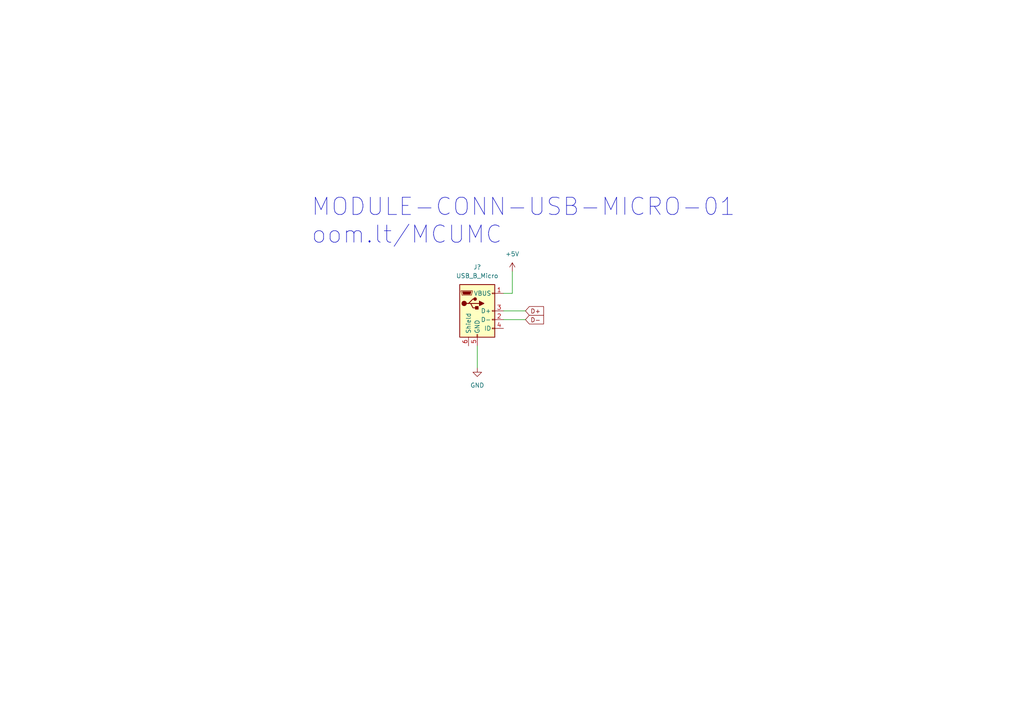
<source format=kicad_sch>
(kicad_sch (version 20211123) (generator eeschema)
  (paper "A4")
  (lib_symbols
    (symbol "Connector:USB_B_Micro" (pin_names (offset 1.016))
      (property "Reference" "J" (at -5.08 11.43 0))
      (property "Value" "USB_B_Micro" (at -5.08 8.89 0))
      (symbol "USB_B_Micro_0_1"
        (rectangle (start -5.08 -7.62) (end 5.08 7.62) (stroke (width 0.254)) (fill (type background)))
        (circle (center -3.81 2.159) (radius 0.635) (stroke (width 0.254)) (fill (type outline)))
        (circle (center -0.635 3.429) (radius 0.381) (stroke (width 0.254)) (fill (type outline)))
        (rectangle (start -0.127 -7.62) (end 0.127 -6.858))
        (polyline (pts (xy -1.905 2.159) (xy 0.635 2.159)) (stroke (width 0.254)))
        (polyline (pts (xy -3.175 2.159) (xy -2.54 2.159) (xy -1.27 3.429) (xy -0.635 3.429)) (stroke (width 0.254)))
        (polyline (pts (xy -2.54 2.159) (xy -1.905 2.159) (xy -1.27 0.889) (xy 0 0.889)) (stroke (width 0.254)))
        (polyline (pts (xy 0.635 2.794) (xy 0.635 1.524) (xy 1.905 2.159) (xy 0.635 2.794)) (stroke (width 0.254)) (fill (type outline)))
        (polyline (pts (xy -4.318 5.588) (xy -1.778 5.588) (xy -2.032 4.826) (xy -4.064 4.826) (xy -4.318 5.588)) (fill (type outline)))
        (polyline (pts (xy -4.699 5.842) (xy -4.699 5.588) (xy -4.445 4.826) (xy -4.445 4.572) (xy -1.651 4.572) (xy -1.651 4.826) (xy -1.397 5.588) (xy -1.397 5.842) (xy -4.699 5.842)))
        (rectangle (start 0.254 1.27) (end -0.508 0.508) (stroke (width 0.254)) (fill (type outline)))
        (rectangle (start 5.08 -5.207) (end 4.318 -4.953))
        (rectangle (start 5.08 -2.667) (end 4.318 -2.413))
        (rectangle (start 5.08 -0.127) (end 4.318 0.127))
        (rectangle (start 5.08 4.953) (end 4.318 5.207))
      )
      (symbol "USB_B_Micro_1_1"
        (pin power_out line (at 7.62 5.08 180) (length 2.54) (name "VBUS") (number "1"))
        (pin bidirectional line (at 7.62 -2.54 180) (length 2.54) (name "D-") (number "2"))
        (pin bidirectional line (at 7.62 0 180) (length 2.54) (name "D+") (number "3"))
        (pin passive line (at 7.62 -5.08 180) (length 2.54) (name "ID") (number "4"))
        (pin power_out line (at 0 -10.16 90) (length 2.54) (name "GND") (number "5"))
        (pin passive line (at -2.54 -10.16 90) (length 2.54) (name "Shield") (number "6"))
      )
    )
    (symbol "power:+5V" (power) (pin_names (offset 0))
      (property "Value" "+5V" (at 0 3.556 0))
      (symbol "+5V_0_1"
        (polyline (pts (xy -0.762 1.27) (xy 0 2.54)))
        (polyline (pts (xy 0 0) (xy 0 2.54)))
        (polyline (pts (xy 0 2.54) (xy 0.762 1.27)))
      )
      (symbol "+5V_1_1"
        (pin power_in line (at 0 0 90) (length 0) hide (name "+5V") (number "1"))
      )
    )
    (symbol "power:GND" (power) (pin_names (offset 0))
      (property "Value" "GND" (at 0 -3.81 0))
      (symbol "GND_0_1"
        (polyline (pts (xy 0 0) (xy 0 -1.27) (xy 1.27 -1.27) (xy 0 -2.54) (xy -1.27 -1.27) (xy 0 -1.27)))
      )
      (symbol "GND_1_1"
        (pin power_in line (at 0 0 270) (length 0) hide (name "GND") (number "1"))
      )
    )
  )
  (wire (pts (xy 148.59 85.09) (xy 148.59 78.74)))
  (wire (pts (xy 146.05 90.17) (xy 152.4 90.17)))
  (wire (pts (xy 146.05 92.71) (xy 152.4 92.71)))
  (wire (pts (xy 138.43 100.33) (xy 138.43 106.68)))
  (wire (pts (xy 146.05 85.09) (xy 148.59 85.09)))
  (text "MODULE-CONN-USB-MICRO-01\noom.lt/MCUMC			" (at 90.17 71.12 0) (effects (font (size 5 5)) (justify left bottom)))
  (global_label "D+" (shape input) (at 152.4 90.17 0) (property "Intersheet References" "${INTERSHEET_REFS}" (effects hide)))
  (global_label "D-" (shape input) (at 152.4 92.71 0) (property "Intersheet References" "${INTERSHEET_REFS}" (effects hide)))
  (symbol (lib_id "power:+5V") (at 148.59 78.74 0) (unit 1)
    (property "Reference" "#PWR?" (effects hide))
    (property "Value" "+5V" (at 148.59 73.66 0))
  )
  (symbol (lib_id "power:GND") (at 138.43 106.68 0) (unit 1)
    (property "Reference" "#PWR?" (effects hide))
    (property "Value" "GND" (at 138.43 111.76 0))
  )
  (symbol (lib_id "Connector:USB_B_Micro") (at 138.43 90.17 0) (unit 1)
    (property "Reference" "J?" (at 138.43 77.47 0))
    (property "Value" "USB_B_Micro" (at 138.43 80.01 0))
  )
)
</source>
